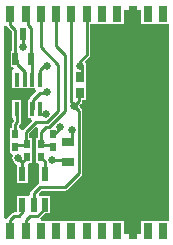
<source format=gtl>
G04*
G04 #@! TF.GenerationSoftware,Altium Limited,Altium Designer,20.0.2 (26)*
G04*
G04 Layer_Physical_Order=1*
G04 Layer_Color=255*
%FSLAX25Y25*%
%MOIN*%
G70*
G01*
G75*
%ADD11C,0.01000*%
%ADD19R,0.03937X0.03150*%
%ADD20R,0.02362X0.02756*%
%ADD21R,0.02953X0.03701*%
%ADD22R,0.01968X0.04134*%
%ADD23R,0.02362X0.04528*%
%ADD24R,0.01772X0.04724*%
%ADD25R,0.03150X0.05512*%
%ADD26C,0.02520*%
G36*
X46068Y75236D02*
X46111Y75022D01*
Y70699D01*
X50460D01*
Y70699D01*
X51204D01*
Y70699D01*
X55354D01*
Y4970D01*
X51204D01*
Y4970D01*
X50459D01*
Y4970D01*
X46109D01*
Y647D01*
X46066Y433D01*
X40313D01*
X40270Y647D01*
Y4970D01*
X35921D01*
Y4970D01*
X35177D01*
Y4970D01*
X30827D01*
Y4970D01*
X30083D01*
Y4970D01*
X25734D01*
Y4970D01*
X24990D01*
Y4970D01*
X20640D01*
Y4970D01*
X19896D01*
Y4970D01*
X15547D01*
Y4970D01*
X14803D01*
Y4970D01*
X12831D01*
X12578Y5379D01*
X12454Y5970D01*
X13935Y7451D01*
X15718D01*
Y13179D01*
X12281D01*
X11928Y13634D01*
X11867Y14179D01*
X12748Y15059D01*
X20630D01*
X20630Y15059D01*
X21059Y15145D01*
X21423Y15388D01*
X26069Y20034D01*
X26312Y20398D01*
X26397Y20827D01*
X26397Y20827D01*
Y41653D01*
X26397Y41654D01*
X26312Y42083D01*
X26069Y42447D01*
X26069Y42447D01*
X25506Y43009D01*
X25558Y43268D01*
X25506Y43526D01*
X25981Y44001D01*
X25981Y44001D01*
X26224Y44365D01*
X26310Y44794D01*
Y45109D01*
X27667D01*
Y50009D01*
X27667D01*
Y50305D01*
X27667D01*
Y55206D01*
X27667Y55206D01*
X27618Y56206D01*
X27723Y56732D01*
X27579Y57458D01*
X27188Y58043D01*
X28705Y59559D01*
X28948Y59923D01*
X29033Y60352D01*
X29033Y60352D01*
Y70699D01*
X30086D01*
Y70699D01*
X30830D01*
Y70699D01*
X35180D01*
Y70699D01*
X35924D01*
Y70699D01*
X40273D01*
Y75022D01*
X40316Y75236D01*
X40348Y75276D01*
X46036D01*
X46068Y75236D01*
D02*
G37*
G36*
X1405Y69886D02*
X1648Y69522D01*
X3052Y68118D01*
Y61683D01*
X2589D01*
Y56349D01*
X3361D01*
X3614Y56009D01*
X3140Y55009D01*
X3140D01*
Y49085D01*
X10612D01*
X11027Y48085D01*
X9130Y46188D01*
X8887Y45825D01*
X8801Y45395D01*
X8258Y45167D01*
Y39243D01*
X9392D01*
X9806Y38243D01*
X6919Y35355D01*
X6836Y35232D01*
X5836Y35506D01*
Y35757D01*
X5297D01*
X5273Y36757D01*
X5618Y37102D01*
X5618Y37102D01*
X5861Y37466D01*
X5946Y37895D01*
Y39243D01*
X6112D01*
Y45167D01*
X3140D01*
Y39243D01*
X3420D01*
X3585Y38243D01*
X3341Y37998D01*
X3098Y37634D01*
X3012Y37205D01*
X3012Y37205D01*
Y35757D01*
X2274D01*
Y33750D01*
X2264Y33701D01*
X2274Y33652D01*
X2274Y31802D01*
X2274Y30802D01*
Y29616D01*
X2264Y29567D01*
X2264Y29567D01*
Y29370D01*
X2274Y29321D01*
Y27471D01*
X2738D01*
X3298Y26598D01*
X3311Y26471D01*
X3182Y25827D01*
X3327Y25101D01*
X3738Y24486D01*
X4162Y24202D01*
X4676Y23415D01*
X4676Y23069D01*
Y17687D01*
X8238D01*
Y23415D01*
X8749Y24203D01*
X9773D01*
Y28159D01*
X9773D01*
Y28534D01*
X9773D01*
Y32490D01*
X8833D01*
Y34098D01*
X11058Y36323D01*
X11340Y36270D01*
X11534Y35993D01*
X11748Y35176D01*
X11680Y35075D01*
X11595Y34646D01*
X11595Y34646D01*
Y32490D01*
X10935D01*
Y28534D01*
X10935D01*
Y28159D01*
X10935D01*
Y24203D01*
X11645D01*
X12156Y23415D01*
Y17687D01*
X11483Y16966D01*
X9404Y14887D01*
X9161Y14524D01*
X9075Y14095D01*
X8994Y13533D01*
X8238Y13179D01*
X4676D01*
Y7775D01*
X3779D01*
X3350Y7690D01*
X2987Y7447D01*
X2986Y7447D01*
X1648Y6108D01*
X1405Y5744D01*
X1394Y5689D01*
X394Y5787D01*
Y69843D01*
X1394Y69941D01*
X1405Y69886D01*
D02*
G37*
D11*
X17165Y33701D02*
Y33937D01*
X12303Y40709D02*
X14291D01*
X14764Y47717D02*
X14850Y47803D01*
X26339Y53504D02*
Y56221D01*
X25827Y56732D02*
X26339Y56221D01*
X25591Y52756D02*
X26339Y53504D01*
X16299Y30236D02*
X17165Y29370D01*
X12717Y30236D02*
X16299D01*
X14368Y36297D02*
X15480D01*
X12717Y34646D02*
X14368Y36297D01*
X12717Y30630D02*
Y34646D01*
X3386Y29567D02*
X4067Y30248D01*
X3386Y29370D02*
Y29567D01*
X12631Y62881D02*
X18502Y57010D01*
X14817Y37897D02*
X18502Y41581D01*
Y57010D01*
X20945Y25394D02*
X21693Y24646D01*
X16299Y25394D02*
X20945D01*
X21693Y31339D02*
X21799D01*
X22874Y32413D01*
Y35118D01*
X25276Y20827D02*
Y41654D01*
X23661Y43268D02*
X25276Y41654D01*
X20630Y16181D02*
X25276Y20827D01*
X12631Y62881D02*
Y75236D01*
X18937Y35709D02*
Y36378D01*
X17165Y33937D02*
X18937Y35709D01*
X15480Y36297D02*
X20591Y41408D01*
X11046Y37897D02*
X14817D01*
X7712Y34562D02*
X11046Y37897D01*
X3386Y33701D02*
X4134Y34449D01*
Y37205D02*
X4825Y37895D01*
X4134Y34449D02*
Y37205D01*
X7311Y25500D02*
X7992Y26181D01*
X7311Y25284D02*
Y25500D01*
X6457Y24429D02*
X7311Y25284D01*
X5079Y25807D02*
X6457Y24429D01*
Y20551D02*
Y24429D01*
X5079Y25807D02*
Y25827D01*
X4657Y57114D02*
X7185Y54587D01*
Y52047D02*
Y54587D01*
X9744Y52047D02*
Y58563D01*
X9291Y59016D02*
X9744Y58563D01*
X30906Y47362D02*
X31102Y47559D01*
X30906Y30669D02*
Y47362D01*
X43189Y433D02*
Y18386D01*
X30906Y30669D02*
X43189Y18386D01*
X10197Y14095D02*
X12284Y16181D01*
X20630D01*
X10197Y10315D02*
Y14095D01*
X22818Y44522D02*
Y75236D01*
Y44522D02*
X23661Y43679D01*
Y43268D02*
Y43679D01*
X25827Y56732D02*
Y58268D01*
X27911Y60352D01*
X20591Y41408D02*
Y60354D01*
X27911Y60352D02*
Y75236D01*
X31102Y47559D02*
Y52756D01*
Y57638D01*
X43192Y69727D02*
Y75236D01*
X31102Y57638D02*
X43192Y69727D01*
X25188Y47157D02*
X25591Y47559D01*
X25188Y44794D02*
Y47157D01*
X23661Y43268D02*
X25188Y44794D01*
X9792Y20146D02*
X10197Y20551D01*
X9792Y17390D02*
Y20146D01*
X7835Y15433D02*
X9792Y17390D01*
X7185Y42205D02*
Y46144D01*
X7598Y46557D01*
Y46968D01*
X12244Y47717D02*
X14764D01*
X9923Y45395D02*
X12244Y47717D01*
X9744Y42205D02*
X9923Y42384D01*
Y45395D01*
X14355Y56245D02*
X14646Y56535D01*
X13410Y56245D02*
X14355D01*
X12443Y55277D02*
X13410Y56245D01*
X12303Y52047D02*
X12443Y52187D01*
Y55277D01*
X6732Y63032D02*
Y67283D01*
Y63032D02*
X6811Y62953D01*
X7712Y30792D02*
Y34562D01*
X17724Y63221D02*
X20591Y60354D01*
X17724Y63221D02*
Y75236D01*
X8238Y70385D02*
X9291Y69331D01*
Y59016D02*
Y69331D01*
X4173Y59016D02*
Y68583D01*
X2441Y70315D02*
Y75236D01*
Y70315D02*
X4173Y68583D01*
X7536Y75236D02*
X8238Y74535D01*
Y70385D02*
Y74535D01*
X5276Y6654D02*
X6457Y7835D01*
X3779Y6654D02*
X5276D01*
X2441Y5315D02*
X3779Y6654D01*
X6457Y7835D02*
Y10315D01*
X11512Y6614D02*
X13201Y8303D01*
X9016Y6614D02*
X11512D01*
X7534Y5133D02*
X9016Y6614D01*
X12717Y25984D02*
Y26181D01*
Y25984D02*
X13937Y24764D01*
Y20551D02*
Y24764D01*
X7728Y30248D02*
X7992Y30512D01*
X4067Y30248D02*
X7728D01*
X12717Y30512D02*
Y30630D01*
Y30236D02*
Y30512D01*
X12303Y40709D02*
Y42205D01*
X12323Y42224D02*
Y42559D01*
X12244Y42480D02*
X12323Y42559D01*
X12303Y42205D02*
X12323Y42224D01*
X4173Y59016D02*
X4657Y58531D01*
Y57114D02*
Y58531D01*
X4825Y37895D02*
Y42006D01*
X4626Y42205D02*
X4825Y42006D01*
X7534Y433D02*
Y5133D01*
X12717Y30630D02*
X13398Y31311D01*
X2441Y433D02*
Y5315D01*
D19*
X21693Y24646D02*
D03*
Y31339D02*
D03*
D20*
X4055Y29449D02*
D03*
Y33779D02*
D03*
X7992Y30512D02*
D03*
Y26181D02*
D03*
X12717Y30512D02*
D03*
Y26181D02*
D03*
X16614Y29449D02*
D03*
Y33779D02*
D03*
D21*
X31102Y52756D02*
D03*
X25591D02*
D03*
X31102Y47559D02*
D03*
X25591D02*
D03*
D22*
X4173Y59016D02*
D03*
X9291D02*
D03*
X6732Y67283D02*
D03*
D23*
X13937Y20551D02*
D03*
X10197D02*
D03*
X6457D02*
D03*
Y10315D02*
D03*
X10197D02*
D03*
X13937D02*
D03*
D24*
X4626Y42205D02*
D03*
X7185D02*
D03*
X9744D02*
D03*
X12303D02*
D03*
Y52047D02*
D03*
X9744D02*
D03*
X7185D02*
D03*
X4626D02*
D03*
D25*
X53379Y74055D02*
D03*
X48285D02*
D03*
X17724D02*
D03*
X22818D02*
D03*
X27911D02*
D03*
X33005D02*
D03*
X38098D02*
D03*
X43192D02*
D03*
X12631D02*
D03*
X2441D02*
D03*
X7536D02*
D03*
X2441Y1614D02*
D03*
X7534D02*
D03*
X38095D02*
D03*
X33002D02*
D03*
X27908D02*
D03*
X22815D02*
D03*
X17721D02*
D03*
X12628D02*
D03*
X43189D02*
D03*
X53379D02*
D03*
X48284D02*
D03*
D26*
X14850Y47803D02*
D03*
X22874Y35118D02*
D03*
X18937Y36378D02*
D03*
X5079Y25827D02*
D03*
X16299Y25394D02*
D03*
X25827Y56732D02*
D03*
X23661Y43268D02*
D03*
X7835Y15433D02*
D03*
X7598Y46968D02*
D03*
X14646Y56535D02*
D03*
X6811Y62953D02*
D03*
X14291Y40709D02*
D03*
M02*

</source>
